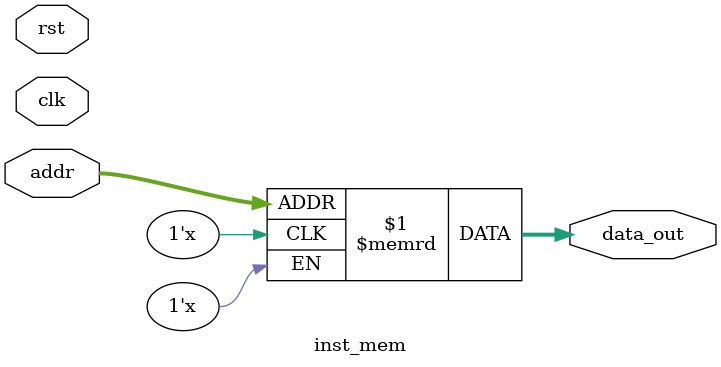
<source format=v>
module inst_mem #(
    parameter
            WIDTH = 8,
            DEPTH = 32
) (
    input               clk, rst,
    input   [WIDTH-1:0] addr,
    
    output  [WIDTH-1:0] data_out
);

reg [WIDTH-1:0] inst_mem_block  [DEPTH-1:0];

assign data_out[7:0] = inst_mem_block[addr];
assign data_out[15:8] = inst_mem_block[addr+1];
assign data_out[23:16] = inst_mem_block[addr+2];
assign data_out[31:24] = inst_mem_block[addr+3];

endmodule

</source>
